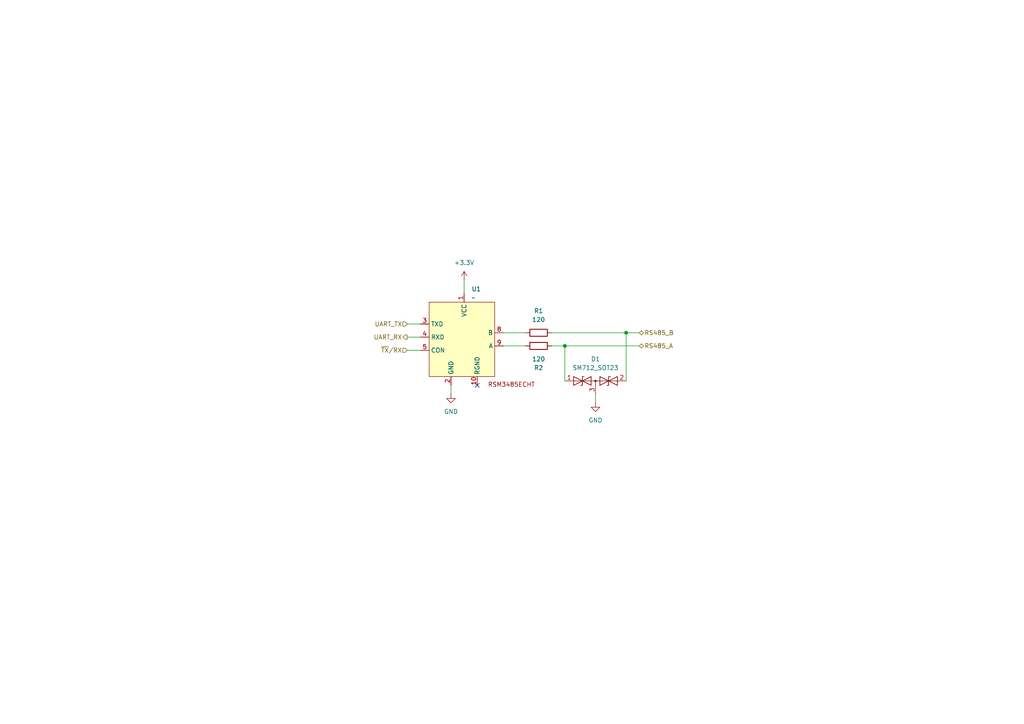
<source format=kicad_sch>
(kicad_sch
	(version 20250114)
	(generator "eeschema")
	(generator_version "9.0")
	(uuid "e1dbbd93-c769-46b4-b2b3-002d4b105997")
	(paper "A4")
	(lib_symbols
		(symbol "Device:R"
			(pin_numbers
				(hide yes)
			)
			(pin_names
				(offset 0)
			)
			(exclude_from_sim no)
			(in_bom yes)
			(on_board yes)
			(property "Reference" "R"
				(at 2.032 0 90)
				(effects
					(font
						(size 1.27 1.27)
					)
				)
			)
			(property "Value" "R"
				(at 0 0 90)
				(effects
					(font
						(size 1.27 1.27)
					)
				)
			)
			(property "Footprint" ""
				(at -1.778 0 90)
				(effects
					(font
						(size 1.27 1.27)
					)
					(hide yes)
				)
			)
			(property "Datasheet" "~"
				(at 0 0 0)
				(effects
					(font
						(size 1.27 1.27)
					)
					(hide yes)
				)
			)
			(property "Description" "Resistor"
				(at 0 0 0)
				(effects
					(font
						(size 1.27 1.27)
					)
					(hide yes)
				)
			)
			(property "ki_keywords" "R res resistor"
				(at 0 0 0)
				(effects
					(font
						(size 1.27 1.27)
					)
					(hide yes)
				)
			)
			(property "ki_fp_filters" "R_*"
				(at 0 0 0)
				(effects
					(font
						(size 1.27 1.27)
					)
					(hide yes)
				)
			)
			(symbol "R_0_1"
				(rectangle
					(start -1.016 -2.54)
					(end 1.016 2.54)
					(stroke
						(width 0.254)
						(type default)
					)
					(fill
						(type none)
					)
				)
			)
			(symbol "R_1_1"
				(pin passive line
					(at 0 3.81 270)
					(length 1.27)
					(name "~"
						(effects
							(font
								(size 1.27 1.27)
							)
						)
					)
					(number "1"
						(effects
							(font
								(size 1.27 1.27)
							)
						)
					)
				)
				(pin passive line
					(at 0 -3.81 90)
					(length 1.27)
					(name "~"
						(effects
							(font
								(size 1.27 1.27)
							)
						)
					)
					(number "2"
						(effects
							(font
								(size 1.27 1.27)
							)
						)
					)
				)
			)
			(embedded_fonts no)
		)
		(symbol "Diode:SM712_SOT23"
			(pin_names
				(offset 1.016)
				(hide yes)
			)
			(exclude_from_sim no)
			(in_bom yes)
			(on_board yes)
			(property "Reference" "D"
				(at 0 4.445 0)
				(effects
					(font
						(size 1.27 1.27)
					)
				)
			)
			(property "Value" "SM712_SOT23"
				(at 0 2.54 0)
				(effects
					(font
						(size 1.27 1.27)
					)
				)
			)
			(property "Footprint" "Package_TO_SOT_SMD:SOT-23"
				(at 0 -8.89 0)
				(effects
					(font
						(size 1.27 1.27)
					)
					(hide yes)
				)
			)
			(property "Datasheet" "https://www.littelfuse.com/~/media/electronics/datasheets/tvs_diode_arrays/littelfuse_tvs_diode_array_sm712_datasheet.pdf.pdf"
				(at -3.81 0 0)
				(effects
					(font
						(size 1.27 1.27)
					)
					(hide yes)
				)
			)
			(property "Description" "7V/12V, 600W Asymmetrical TVS Diode Array, SOT-23"
				(at 0 0 0)
				(effects
					(font
						(size 1.27 1.27)
					)
					(hide yes)
				)
			)
			(property "ki_keywords" "transient voltage suppressor thyrector transil"
				(at 0 0 0)
				(effects
					(font
						(size 1.27 1.27)
					)
					(hide yes)
				)
			)
			(property "ki_fp_filters" "SOT?23*"
				(at 0 0 0)
				(effects
					(font
						(size 1.27 1.27)
					)
					(hide yes)
				)
			)
			(symbol "SM712_SOT23_0_0"
				(polyline
					(pts
						(xy 0 -1.27) (xy 0 0)
					)
					(stroke
						(width 0)
						(type default)
					)
					(fill
						(type none)
					)
				)
			)
			(symbol "SM712_SOT23_0_1"
				(polyline
					(pts
						(xy -6.35 0) (xy 6.35 0)
					)
					(stroke
						(width 0)
						(type default)
					)
					(fill
						(type none)
					)
				)
				(polyline
					(pts
						(xy -6.35 -1.27) (xy -1.27 1.27) (xy -1.27 -1.27) (xy -6.35 1.27) (xy -6.35 -1.27)
					)
					(stroke
						(width 0.2032)
						(type default)
					)
					(fill
						(type none)
					)
				)
				(polyline
					(pts
						(xy -3.302 1.27) (xy -3.81 1.27) (xy -3.81 -1.27) (xy -4.318 -1.27)
					)
					(stroke
						(width 0.2032)
						(type default)
					)
					(fill
						(type none)
					)
				)
				(circle
					(center 0 0)
					(radius 0.254)
					(stroke
						(width 0)
						(type default)
					)
					(fill
						(type outline)
					)
				)
				(polyline
					(pts
						(xy 1.27 -1.27) (xy 1.27 1.27) (xy 6.35 -1.27) (xy 6.35 1.27) (xy 1.27 -1.27)
					)
					(stroke
						(width 0.2032)
						(type default)
					)
					(fill
						(type none)
					)
				)
				(polyline
					(pts
						(xy 4.318 1.27) (xy 3.81 1.27) (xy 3.81 -1.27) (xy 3.302 -1.27)
					)
					(stroke
						(width 0.2032)
						(type default)
					)
					(fill
						(type none)
					)
				)
			)
			(symbol "SM712_SOT23_1_1"
				(pin passive line
					(at -8.89 0 0)
					(length 2.54)
					(name "A1"
						(effects
							(font
								(size 1.27 1.27)
							)
						)
					)
					(number "1"
						(effects
							(font
								(size 1.27 1.27)
							)
						)
					)
				)
				(pin input line
					(at 0 -3.81 90)
					(length 2.54)
					(name "common"
						(effects
							(font
								(size 1.27 1.27)
							)
						)
					)
					(number "3"
						(effects
							(font
								(size 1.27 1.27)
							)
						)
					)
				)
				(pin passive line
					(at 8.89 0 180)
					(length 2.54)
					(name "A2"
						(effects
							(font
								(size 1.27 1.27)
							)
						)
					)
					(number "2"
						(effects
							(font
								(size 1.27 1.27)
							)
						)
					)
				)
			)
			(embedded_fonts no)
		)
		(symbol "Riqi_Parts:YLPTEC_RSM3485ECHT"
			(exclude_from_sim no)
			(in_bom yes)
			(on_board yes)
			(property "Reference" "U"
				(at 1.778 1.016 0)
				(effects
					(font
						(size 1.27 1.27)
					)
				)
			)
			(property "Value" ""
				(at 0 0 0)
				(effects
					(font
						(size 1.27 1.27)
					)
				)
			)
			(property "Footprint" "Riqi_Parts:YLPTEC RSM3485ECHT"
				(at 0 0 0)
				(effects
					(font
						(size 1.27 1.27)
					)
					(hide yes)
				)
			)
			(property "Datasheet" "https://lcsc.com/datasheet/lcsc_datasheet_2411051508_YLPTEC-RSM3485ECHT_C2992406.pdf"
				(at 0 0 0)
				(effects
					(font
						(size 1.27 1.27)
					)
					(hide yes)
				)
			)
			(property "Description" "RS485 ISOLATED MODULE"
				(at 0 0 0)
				(effects
					(font
						(size 1.27 1.27)
					)
					(hide yes)
				)
			)
			(symbol "YLPTEC_RSM3485ECHT_1_1"
				(rectangle
					(start -15.24 -1.27)
					(end 3.81 -22.86)
					(stroke
						(width 0)
						(type solid)
					)
					(fill
						(type background)
					)
				)
				(text "RSM3485ECHT"
					(at 8.636 -25.146 0)
					(effects
						(font
							(size 1.27 1.27)
						)
					)
				)
				(pin bidirectional line
					(at -17.78 -7.62 0)
					(length 2.54)
					(name "TXD"
						(effects
							(font
								(size 1.27 1.27)
							)
						)
					)
					(number "3"
						(effects
							(font
								(size 1.27 1.27)
							)
						)
					)
				)
				(pin bidirectional line
					(at -17.78 -11.43 0)
					(length 2.54)
					(name "RXD"
						(effects
							(font
								(size 1.27 1.27)
							)
						)
					)
					(number "4"
						(effects
							(font
								(size 1.27 1.27)
							)
						)
					)
				)
				(pin bidirectional line
					(at -17.78 -15.24 0)
					(length 2.54)
					(name "CON"
						(effects
							(font
								(size 1.27 1.27)
							)
						)
					)
					(number "5"
						(effects
							(font
								(size 1.27 1.27)
							)
						)
					)
				)
				(pin power_in line
					(at -8.89 -25.4 90)
					(length 2.54)
					(name "GND"
						(effects
							(font
								(size 1.27 1.27)
							)
						)
					)
					(number "2"
						(effects
							(font
								(size 1.27 1.27)
							)
						)
					)
				)
				(pin power_in line
					(at -5.08 1.27 270)
					(length 2.54)
					(name "VCC"
						(effects
							(font
								(size 1.27 1.27)
							)
						)
					)
					(number "1"
						(effects
							(font
								(size 1.27 1.27)
							)
						)
					)
				)
				(pin power_in line
					(at -1.27 -25.4 90)
					(length 2.54)
					(name "RGND"
						(effects
							(font
								(size 1.27 1.27)
							)
						)
					)
					(number "10"
						(effects
							(font
								(size 1.27 1.27)
							)
						)
					)
				)
				(pin bidirectional line
					(at 6.35 -10.16 180)
					(length 2.54)
					(name "B"
						(effects
							(font
								(size 1.27 1.27)
							)
						)
					)
					(number "8"
						(effects
							(font
								(size 1.27 1.27)
							)
						)
					)
				)
				(pin bidirectional line
					(at 6.35 -13.97 180)
					(length 2.54)
					(name "A"
						(effects
							(font
								(size 1.27 1.27)
							)
						)
					)
					(number "9"
						(effects
							(font
								(size 1.27 1.27)
							)
						)
					)
				)
			)
			(embedded_fonts no)
		)
		(symbol "power:+3.3V"
			(power)
			(pin_numbers
				(hide yes)
			)
			(pin_names
				(offset 0)
				(hide yes)
			)
			(exclude_from_sim no)
			(in_bom yes)
			(on_board yes)
			(property "Reference" "#PWR"
				(at 0 -3.81 0)
				(effects
					(font
						(size 1.27 1.27)
					)
					(hide yes)
				)
			)
			(property "Value" "+3.3V"
				(at 0 3.556 0)
				(effects
					(font
						(size 1.27 1.27)
					)
				)
			)
			(property "Footprint" ""
				(at 0 0 0)
				(effects
					(font
						(size 1.27 1.27)
					)
					(hide yes)
				)
			)
			(property "Datasheet" ""
				(at 0 0 0)
				(effects
					(font
						(size 1.27 1.27)
					)
					(hide yes)
				)
			)
			(property "Description" "Power symbol creates a global label with name \"+3.3V\""
				(at 0 0 0)
				(effects
					(font
						(size 1.27 1.27)
					)
					(hide yes)
				)
			)
			(property "ki_keywords" "global power"
				(at 0 0 0)
				(effects
					(font
						(size 1.27 1.27)
					)
					(hide yes)
				)
			)
			(symbol "+3.3V_0_1"
				(polyline
					(pts
						(xy -0.762 1.27) (xy 0 2.54)
					)
					(stroke
						(width 0)
						(type default)
					)
					(fill
						(type none)
					)
				)
				(polyline
					(pts
						(xy 0 2.54) (xy 0.762 1.27)
					)
					(stroke
						(width 0)
						(type default)
					)
					(fill
						(type none)
					)
				)
				(polyline
					(pts
						(xy 0 0) (xy 0 2.54)
					)
					(stroke
						(width 0)
						(type default)
					)
					(fill
						(type none)
					)
				)
			)
			(symbol "+3.3V_1_1"
				(pin power_in line
					(at 0 0 90)
					(length 0)
					(name "~"
						(effects
							(font
								(size 1.27 1.27)
							)
						)
					)
					(number "1"
						(effects
							(font
								(size 1.27 1.27)
							)
						)
					)
				)
			)
			(embedded_fonts no)
		)
		(symbol "power:GND"
			(power)
			(pin_numbers
				(hide yes)
			)
			(pin_names
				(offset 0)
				(hide yes)
			)
			(exclude_from_sim no)
			(in_bom yes)
			(on_board yes)
			(property "Reference" "#PWR"
				(at 0 -6.35 0)
				(effects
					(font
						(size 1.27 1.27)
					)
					(hide yes)
				)
			)
			(property "Value" "GND"
				(at 0 -3.81 0)
				(effects
					(font
						(size 1.27 1.27)
					)
				)
			)
			(property "Footprint" ""
				(at 0 0 0)
				(effects
					(font
						(size 1.27 1.27)
					)
					(hide yes)
				)
			)
			(property "Datasheet" ""
				(at 0 0 0)
				(effects
					(font
						(size 1.27 1.27)
					)
					(hide yes)
				)
			)
			(property "Description" "Power symbol creates a global label with name \"GND\" , ground"
				(at 0 0 0)
				(effects
					(font
						(size 1.27 1.27)
					)
					(hide yes)
				)
			)
			(property "ki_keywords" "global power"
				(at 0 0 0)
				(effects
					(font
						(size 1.27 1.27)
					)
					(hide yes)
				)
			)
			(symbol "GND_0_1"
				(polyline
					(pts
						(xy 0 0) (xy 0 -1.27) (xy 1.27 -1.27) (xy 0 -2.54) (xy -1.27 -1.27) (xy 0 -1.27)
					)
					(stroke
						(width 0)
						(type default)
					)
					(fill
						(type none)
					)
				)
			)
			(symbol "GND_1_1"
				(pin power_in line
					(at 0 0 270)
					(length 0)
					(name "~"
						(effects
							(font
								(size 1.27 1.27)
							)
						)
					)
					(number "1"
						(effects
							(font
								(size 1.27 1.27)
							)
						)
					)
				)
			)
			(embedded_fonts no)
		)
	)
	(junction
		(at 163.83 100.33)
		(diameter 0)
		(color 0 0 0 0)
		(uuid "d6add3a9-e318-4af9-bd12-cf4fe9203586")
	)
	(junction
		(at 181.61 96.52)
		(diameter 0)
		(color 0 0 0 0)
		(uuid "faab7b27-bce1-4dab-8b7a-6b0a84f894ae")
	)
	(no_connect
		(at 138.43 111.76)
		(uuid "28aa6b6b-f2c6-45e3-96b6-eff154a48773")
	)
	(wire
		(pts
			(xy 163.83 100.33) (xy 185.42 100.33)
		)
		(stroke
			(width 0)
			(type default)
		)
		(uuid "08b3e721-f071-4d83-95b7-182e988da473")
	)
	(wire
		(pts
			(xy 172.72 114.3) (xy 172.72 116.84)
		)
		(stroke
			(width 0)
			(type default)
		)
		(uuid "400117b6-3dd9-4e06-b2dd-96cdd87c3e24")
	)
	(wire
		(pts
			(xy 146.05 96.52) (xy 152.4 96.52)
		)
		(stroke
			(width 0)
			(type default)
		)
		(uuid "5df4e931-1679-4d31-820c-f6071d823d03")
	)
	(wire
		(pts
			(xy 146.05 100.33) (xy 152.4 100.33)
		)
		(stroke
			(width 0)
			(type default)
		)
		(uuid "602def6e-58a4-41b2-a671-1e10375e0353")
	)
	(wire
		(pts
			(xy 118.11 93.98) (xy 121.92 93.98)
		)
		(stroke
			(width 0)
			(type default)
		)
		(uuid "692ab5d0-d457-435b-b3eb-b7b10f523694")
	)
	(wire
		(pts
			(xy 130.81 111.76) (xy 130.81 114.3)
		)
		(stroke
			(width 0)
			(type default)
		)
		(uuid "713ce449-b3f1-4b65-8f4b-8cb27e3c149b")
	)
	(wire
		(pts
			(xy 163.83 100.33) (xy 163.83 110.49)
		)
		(stroke
			(width 0)
			(type default)
		)
		(uuid "9603f11b-9b03-4348-8449-fea0312551e3")
	)
	(wire
		(pts
			(xy 118.11 97.79) (xy 121.92 97.79)
		)
		(stroke
			(width 0)
			(type default)
		)
		(uuid "ae1d0fd0-8e17-4569-aa9e-3a39a983fd8f")
	)
	(wire
		(pts
			(xy 160.02 96.52) (xy 181.61 96.52)
		)
		(stroke
			(width 0)
			(type default)
		)
		(uuid "bc7c4d20-b641-497e-8629-cd3018255298")
	)
	(wire
		(pts
			(xy 118.11 101.6) (xy 121.92 101.6)
		)
		(stroke
			(width 0)
			(type default)
		)
		(uuid "d3093e91-c577-4357-9c5e-d241196cb855")
	)
	(wire
		(pts
			(xy 160.02 100.33) (xy 163.83 100.33)
		)
		(stroke
			(width 0)
			(type default)
		)
		(uuid "d5d70c06-4446-48bb-a47c-4ec54cea2f89")
	)
	(wire
		(pts
			(xy 181.61 96.52) (xy 181.61 110.49)
		)
		(stroke
			(width 0)
			(type default)
		)
		(uuid "d5ede371-d010-4b22-98fa-d7363a3b11d1")
	)
	(wire
		(pts
			(xy 134.62 81.28) (xy 134.62 85.09)
		)
		(stroke
			(width 0)
			(type default)
		)
		(uuid "def1a31c-a29c-48c4-9fd9-91e0f81b3af2")
	)
	(wire
		(pts
			(xy 181.61 96.52) (xy 185.42 96.52)
		)
		(stroke
			(width 0)
			(type default)
		)
		(uuid "f3c6b559-f8d6-4367-8668-3c15b7e0fb0d")
	)
	(hierarchical_label "UART_RX"
		(shape output)
		(at 118.11 97.79 180)
		(effects
			(font
				(size 1.27 1.27)
			)
			(justify right)
		)
		(uuid "1cec9eb2-dfe9-4b3a-aa81-adfb89cd5cfe")
	)
	(hierarchical_label "~{TX}{slash}RX"
		(shape input)
		(at 118.11 101.6 180)
		(effects
			(font
				(size 1.27 1.27)
			)
			(justify right)
		)
		(uuid "81abb45f-6d61-41d2-8d14-dfc4ed70c569")
	)
	(hierarchical_label "RS485_B"
		(shape bidirectional)
		(at 185.42 96.52 0)
		(effects
			(font
				(size 1.27 1.27)
			)
			(justify left)
		)
		(uuid "c73d1dcd-397e-4a41-b4b8-fa4c316e94e5")
	)
	(hierarchical_label "RS485_A"
		(shape bidirectional)
		(at 185.42 100.33 0)
		(effects
			(font
				(size 1.27 1.27)
			)
			(justify left)
		)
		(uuid "df09a963-db7d-4616-8cb7-154e1519248e")
	)
	(hierarchical_label "UART_TX"
		(shape input)
		(at 118.11 93.98 180)
		(effects
			(font
				(size 1.27 1.27)
			)
			(justify right)
		)
		(uuid "faae5286-a611-4ee7-a4d9-f0a9a32d4626")
	)
	(symbol
		(lib_id "power:GND")
		(at 130.81 114.3 0)
		(unit 1)
		(exclude_from_sim no)
		(in_bom yes)
		(on_board yes)
		(dnp no)
		(fields_autoplaced yes)
		(uuid "0375b851-b1ff-42cc-892f-e9a474cb14b1")
		(property "Reference" "#PWR07"
			(at 130.81 120.65 0)
			(effects
				(font
					(size 1.27 1.27)
				)
				(hide yes)
			)
		)
		(property "Value" "GND"
			(at 130.81 119.38 0)
			(effects
				(font
					(size 1.27 1.27)
				)
			)
		)
		(property "Footprint" ""
			(at 130.81 114.3 0)
			(effects
				(font
					(size 1.27 1.27)
				)
				(hide yes)
			)
		)
		(property "Datasheet" ""
			(at 130.81 114.3 0)
			(effects
				(font
					(size 1.27 1.27)
				)
				(hide yes)
			)
		)
		(property "Description" "Power symbol creates a global label with name \"GND\" , ground"
			(at 130.81 114.3 0)
			(effects
				(font
					(size 1.27 1.27)
				)
				(hide yes)
			)
		)
		(pin "1"
			(uuid "434065af-173d-4b00-afbe-67fe1a2927cd")
		)
		(instances
			(project "NIVARA"
				(path "/e09284a3-0da6-4b1c-80d3-a52d405369d9/b46cdcb1-15cb-4562-89d5-6c513685d0bc/4b0f257e-856b-4aa8-a3a9-5fbefe127af2"
					(reference "#PWR07")
					(unit 1)
				)
			)
		)
	)
	(symbol
		(lib_id "Device:R")
		(at 156.21 96.52 90)
		(unit 1)
		(exclude_from_sim no)
		(in_bom yes)
		(on_board yes)
		(dnp no)
		(fields_autoplaced yes)
		(uuid "079a3814-b3db-4b43-8cfb-6ba794be0c93")
		(property "Reference" "R1"
			(at 156.21 90.17 90)
			(effects
				(font
					(size 1.27 1.27)
				)
			)
		)
		(property "Value" "120"
			(at 156.21 92.71 90)
			(effects
				(font
					(size 1.27 1.27)
				)
			)
		)
		(property "Footprint" ""
			(at 156.21 98.298 90)
			(effects
				(font
					(size 1.27 1.27)
				)
				(hide yes)
			)
		)
		(property "Datasheet" "~"
			(at 156.21 96.52 0)
			(effects
				(font
					(size 1.27 1.27)
				)
				(hide yes)
			)
		)
		(property "Description" "Resistor"
			(at 156.21 96.52 0)
			(effects
				(font
					(size 1.27 1.27)
				)
				(hide yes)
			)
		)
		(pin "1"
			(uuid "b0d731c4-0639-40c1-81e2-eb9b9e8815db")
		)
		(pin "2"
			(uuid "046ee995-96a5-4ab5-b3a4-86d1f71390cb")
		)
		(instances
			(project "NIVARA"
				(path "/e09284a3-0da6-4b1c-80d3-a52d405369d9/b46cdcb1-15cb-4562-89d5-6c513685d0bc/4b0f257e-856b-4aa8-a3a9-5fbefe127af2"
					(reference "R1")
					(unit 1)
				)
			)
		)
	)
	(symbol
		(lib_id "Riqi_Parts:YLPTEC_RSM3485ECHT")
		(at 139.7 86.36 0)
		(unit 1)
		(exclude_from_sim no)
		(in_bom yes)
		(on_board yes)
		(dnp no)
		(fields_autoplaced yes)
		(uuid "0b6916b1-d001-4d1f-b0e7-4ef2889cac37")
		(property "Reference" "U1"
			(at 136.7633 83.82 0)
			(effects
				(font
					(size 1.27 1.27)
				)
				(justify left)
			)
		)
		(property "Value" "~"
			(at 136.7633 86.36 0)
			(effects
				(font
					(size 1.27 1.27)
				)
				(justify left)
			)
		)
		(property "Footprint" "Riqi_Parts:YLPTEC RSM3485ECHT"
			(at 139.7 86.36 0)
			(effects
				(font
					(size 1.27 1.27)
				)
				(hide yes)
			)
		)
		(property "Datasheet" "https://lcsc.com/datasheet/lcsc_datasheet_2411051508_YLPTEC-RSM3485ECHT_C2992406.pdf"
			(at 139.7 86.36 0)
			(effects
				(font
					(size 1.27 1.27)
				)
				(hide yes)
			)
		)
		(property "Description" "RS485 ISOLATED MODULE"
			(at 139.7 86.36 0)
			(effects
				(font
					(size 1.27 1.27)
				)
				(hide yes)
			)
		)
		(pin "9"
			(uuid "b6f2c3f4-d41d-4d97-9591-f1b950cdbf75")
		)
		(pin "5"
			(uuid "461abd25-5a34-400a-b9f2-17492b11757d")
		)
		(pin "10"
			(uuid "f351cb6f-ebb6-4576-8e62-d7c8eaee149d")
		)
		(pin "8"
			(uuid "0effd02a-b0a2-4390-9439-582fa01661ae")
		)
		(pin "4"
			(uuid "1247548f-1916-4145-b634-5e94bbe88e2a")
		)
		(pin "1"
			(uuid "ec840838-b58f-481e-80b1-45827976244a")
		)
		(pin "2"
			(uuid "172d0647-4dc0-47cf-9829-a6911e24fb9f")
		)
		(pin "3"
			(uuid "6853de27-c6ae-4a96-b6b2-395f79bd6375")
		)
		(instances
			(project "NIVARA"
				(path "/e09284a3-0da6-4b1c-80d3-a52d405369d9/b46cdcb1-15cb-4562-89d5-6c513685d0bc/4b0f257e-856b-4aa8-a3a9-5fbefe127af2"
					(reference "U1")
					(unit 1)
				)
			)
		)
	)
	(symbol
		(lib_id "Diode:SM712_SOT23")
		(at 172.72 110.49 0)
		(unit 1)
		(exclude_from_sim no)
		(in_bom yes)
		(on_board yes)
		(dnp no)
		(fields_autoplaced yes)
		(uuid "6fde49b7-df7d-4abc-b65a-ed035397880f")
		(property "Reference" "D1"
			(at 172.72 104.14 0)
			(effects
				(font
					(size 1.27 1.27)
				)
			)
		)
		(property "Value" "SM712_SOT23"
			(at 172.72 106.68 0)
			(effects
				(font
					(size 1.27 1.27)
				)
			)
		)
		(property "Footprint" "Package_TO_SOT_SMD:SOT-23"
			(at 172.72 119.38 0)
			(effects
				(font
					(size 1.27 1.27)
				)
				(hide yes)
			)
		)
		(property "Datasheet" "https://www.littelfuse.com/~/media/electronics/datasheets/tvs_diode_arrays/littelfuse_tvs_diode_array_sm712_datasheet.pdf.pdf"
			(at 168.91 110.49 0)
			(effects
				(font
					(size 1.27 1.27)
				)
				(hide yes)
			)
		)
		(property "Description" "7V/12V, 600W Asymmetrical TVS Diode Array, SOT-23"
			(at 172.72 110.49 0)
			(effects
				(font
					(size 1.27 1.27)
				)
				(hide yes)
			)
		)
		(pin "2"
			(uuid "05217b97-b996-4262-b113-a5f5eea2ccdc")
		)
		(pin "1"
			(uuid "dc3eabef-7bcc-4813-9c7d-9cb34962dc2f")
		)
		(pin "3"
			(uuid "9c407100-a769-4486-ad76-6a49e2e75586")
		)
		(instances
			(project "NIVARA"
				(path "/e09284a3-0da6-4b1c-80d3-a52d405369d9/b46cdcb1-15cb-4562-89d5-6c513685d0bc/4b0f257e-856b-4aa8-a3a9-5fbefe127af2"
					(reference "D1")
					(unit 1)
				)
			)
		)
	)
	(symbol
		(lib_id "Device:R")
		(at 156.21 100.33 90)
		(mirror x)
		(unit 1)
		(exclude_from_sim no)
		(in_bom yes)
		(on_board yes)
		(dnp no)
		(uuid "8f0a9f59-a5bc-49b1-a382-e75e7a2d5f1f")
		(property "Reference" "R2"
			(at 156.21 106.68 90)
			(effects
				(font
					(size 1.27 1.27)
				)
			)
		)
		(property "Value" "120"
			(at 156.21 104.14 90)
			(effects
				(font
					(size 1.27 1.27)
				)
			)
		)
		(property "Footprint" ""
			(at 156.21 98.552 90)
			(effects
				(font
					(size 1.27 1.27)
				)
				(hide yes)
			)
		)
		(property "Datasheet" "~"
			(at 156.21 100.33 0)
			(effects
				(font
					(size 1.27 1.27)
				)
				(hide yes)
			)
		)
		(property "Description" "Resistor"
			(at 156.21 100.33 0)
			(effects
				(font
					(size 1.27 1.27)
				)
				(hide yes)
			)
		)
		(pin "1"
			(uuid "8060033a-61fe-44ab-8a49-7e0d4ff31f5e")
		)
		(pin "2"
			(uuid "cf94365b-34fb-48c8-8e6c-9a97701ebf1f")
		)
		(instances
			(project "NIVARA"
				(path "/e09284a3-0da6-4b1c-80d3-a52d405369d9/b46cdcb1-15cb-4562-89d5-6c513685d0bc/4b0f257e-856b-4aa8-a3a9-5fbefe127af2"
					(reference "R2")
					(unit 1)
				)
			)
		)
	)
	(symbol
		(lib_id "power:+3.3V")
		(at 134.62 81.28 0)
		(unit 1)
		(exclude_from_sim no)
		(in_bom yes)
		(on_board yes)
		(dnp no)
		(fields_autoplaced yes)
		(uuid "bdc33729-c98f-481b-a33f-0eb96d072ec8")
		(property "Reference" "#PWR08"
			(at 134.62 85.09 0)
			(effects
				(font
					(size 1.27 1.27)
				)
				(hide yes)
			)
		)
		(property "Value" "+3.3V"
			(at 134.62 76.2 0)
			(effects
				(font
					(size 1.27 1.27)
				)
			)
		)
		(property "Footprint" ""
			(at 134.62 81.28 0)
			(effects
				(font
					(size 1.27 1.27)
				)
				(hide yes)
			)
		)
		(property "Datasheet" ""
			(at 134.62 81.28 0)
			(effects
				(font
					(size 1.27 1.27)
				)
				(hide yes)
			)
		)
		(property "Description" "Power symbol creates a global label with name \"+3.3V\""
			(at 134.62 81.28 0)
			(effects
				(font
					(size 1.27 1.27)
				)
				(hide yes)
			)
		)
		(pin "1"
			(uuid "bccb0630-3bdf-4c07-bb9e-742fdc3a68d5")
		)
		(instances
			(project "NIVARA"
				(path "/e09284a3-0da6-4b1c-80d3-a52d405369d9/b46cdcb1-15cb-4562-89d5-6c513685d0bc/4b0f257e-856b-4aa8-a3a9-5fbefe127af2"
					(reference "#PWR08")
					(unit 1)
				)
			)
		)
	)
	(symbol
		(lib_id "power:GND")
		(at 172.72 116.84 0)
		(unit 1)
		(exclude_from_sim no)
		(in_bom yes)
		(on_board yes)
		(dnp no)
		(fields_autoplaced yes)
		(uuid "fb5ae3c2-634d-4b95-8f6d-d83379a5db3f")
		(property "Reference" "#PWR09"
			(at 172.72 123.19 0)
			(effects
				(font
					(size 1.27 1.27)
				)
				(hide yes)
			)
		)
		(property "Value" "GND"
			(at 172.72 121.92 0)
			(effects
				(font
					(size 1.27 1.27)
				)
			)
		)
		(property "Footprint" ""
			(at 172.72 116.84 0)
			(effects
				(font
					(size 1.27 1.27)
				)
				(hide yes)
			)
		)
		(property "Datasheet" ""
			(at 172.72 116.84 0)
			(effects
				(font
					(size 1.27 1.27)
				)
				(hide yes)
			)
		)
		(property "Description" "Power symbol creates a global label with name \"GND\" , ground"
			(at 172.72 116.84 0)
			(effects
				(font
					(size 1.27 1.27)
				)
				(hide yes)
			)
		)
		(pin "1"
			(uuid "c06deeab-1f9e-44fa-9515-70cea071e256")
		)
		(instances
			(project "NIVARA"
				(path "/e09284a3-0da6-4b1c-80d3-a52d405369d9/b46cdcb1-15cb-4562-89d5-6c513685d0bc/4b0f257e-856b-4aa8-a3a9-5fbefe127af2"
					(reference "#PWR09")
					(unit 1)
				)
			)
		)
	)
)

</source>
